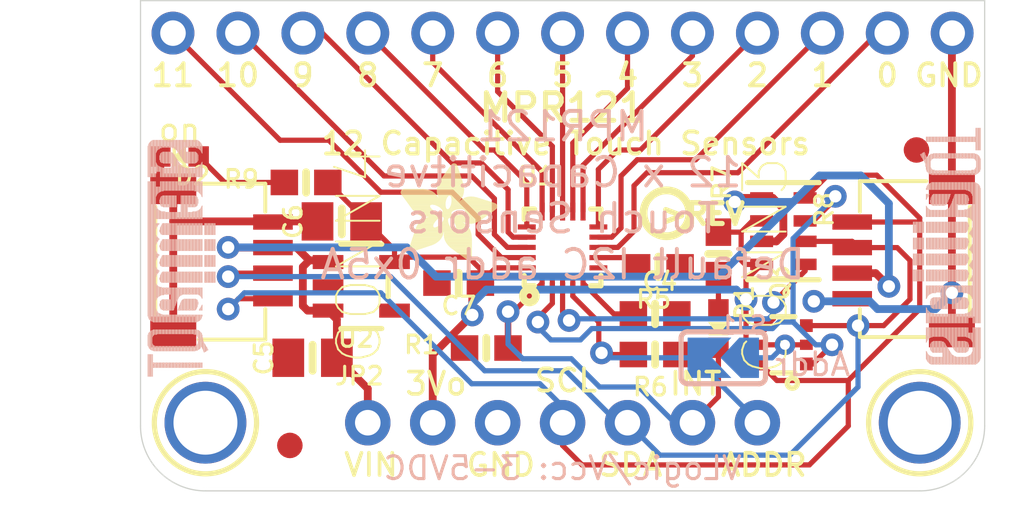
<source format=kicad_pcb>
(kicad_pcb (version 20211014) (generator pcbnew)
  (layers (0 "F.Cu" signal) (31 "B.Cu" signal) (34 "B.Paste" user) (35 "F.Paste" user) (36 "B.SilkS" user "B.Silkscreen") (37 "F.SilkS" user "F.Silkscreen") (38 "B.Mask" user) (39 "F.Mask" user) (44 "Edge.Cuts" user))
  (net 0 "")
  (net 1 "3.3V")
  (net 2 "GND")
  (net 3 "SCL_3V")
  (net 4 "SDA_3V")
  (net 5 "N$2")
  (net 6 "N$3")
  (net 7 "ELEC0")
  (net 8 "ELEC1")
  (net 9 "ELEC2")
  (net 10 "ELEC3")
  (net 11 "ELEC4")
  (net 12 "ELEC5")
  (net 13 "ELEC6")
  (net 14 "ELEC7")
  (net 15 "ELEC8")
  (net 16 "ELEC9")
  (net 17 "ELEC10")
  (net 18 "ELEC11")
  (net 19 "N$1")
  (net 20 "ADDR")
  (net 21 "SDA")
  (net 22 "SCL")
  (net 23 "INT")
  (net 24 "VCC")
  (net 25 "N$4")
  (footprint "boardEagle:1X07_ROUND_70" (layer "F.Cu") (at 148.5011 111.9251)
    (fp_text reference "JP2" (at -8.9662 -1.8288) (layer "F.SilkS") (effects (font (size 0.692831 0.692831) (thickness 0.119969)) (justify left)))
    (fp_text value "")
    (pad "1" thru_hole circle (at -7.62 0 90) (size 1.778 1.778) (drill 1) (layers *.Cu *.Mask) (net 24 "VCC"))
    (pad "2" thru_hole circle (at -5.08 0 90) (size 1.778 1.778) (drill 1) (layers *.Cu *.Mask) (net 1 "3.3V"))
    (pad "3" thru_hole circle (at -2.54 0 90) (size 1.778 1.778) (drill 1) (layers *.Cu *.Mask) (net 2 "GND"))
    (pad "4" thru_hole circle (at 0 0 90) (size 1.778 1.778) (drill 1) (layers *.Cu *.Mask) (net 22 "SCL"))
    (pad "5" thru_hole circle (at 2.54 0 90) (size 1.778 1.778) (drill 1) (layers *.Cu *.Mask) (net 21 "SDA"))
    (pad "6" thru_hole circle (at 5.08 0 90) (size 1.778 1.778) (drill 1) (layers *.Cu *.Mask) (net 23 "INT"))
    (pad "7" thru_hole circle (at 7.62 0 90) (size 1.778 1.778) (drill 1) (layers *.Cu *.Mask) (net 20 "ADDR"))
  )
  (footprint "boardEagle:0603-NO" (layer "F.Cu") (at 138.4681 102.5271 180)
    (fp_text reference "R9" (at 1.778 0.127) (layer "F.SilkS") (effects (font (size 0.692831 0.692831) (thickness 0.119969)) (justify right)))
    (fp_text value "10K")
    (pad "1" smd rect (at -0.85 0 180) (size 1.075 1) (layers "F.Cu" "F.Paste" "F.Mask") (net 1 "3.3V"))
    (pad "2" smd rect (at 0.85 0 180) (size 1.075 1) (layers "F.Cu" "F.Paste" "F.Mask") (net 25 "N$4"))
  )
  (footprint "boardEagle:PCBFEAT-REV-040" (layer "F.Cu") (at 152.5651 103.7336)
    (fp_text reference "U$9" hide)
    (fp_text value "" hide)
    (fp_text user ">REV" (at -0.3556 0.508) (layer "F.SilkS") (effects (font (size 0.8128 0.8128) (thickness 0.2032)) (justify left bottom)))
  )
  (footprint "boardEagle:QFN20_3MM_NOTHERMAL" (layer "F.Cu") (at 148.5011 105.0671 90)
    (fp_text reference "U1" (at 2.794 -0.254) (layer "F.SilkS") (effects (font (size 0.692831 0.692831) (thickness 0.119969)) (justify right)))
    (fp_text value "MPR121")
    (pad "1" smd rect (at -1.4 -0.8 270) (size 0.7 0.2) (layers "F.Cu" "F.Paste" "F.Mask") (net 23 "INT"))
    (pad "2" smd rect (at -1.4 -0.4 270) (size 0.7 0.2) (layers "F.Cu" "F.Paste" "F.Mask") (net 3 "SCL_3V"))
    (pad "3" smd rect (at -1.4 0 270) (size 0.7 0.2) (layers "F.Cu" "F.Paste" "F.Mask") (net 4 "SDA_3V"))
    (pad "4" smd rect (at -1.4 0.4 270) (size 0.7 0.2) (layers "F.Cu" "F.Paste" "F.Mask") (net 20 "ADDR"))
    (pad "5" smd rect (at -1.4 0.8 270) (size 0.7 0.2) (layers "F.Cu" "F.Paste" "F.Mask") (net 5 "N$2"))
    (pad "6" smd rect (at -0.8 1.4 180) (size 0.7 0.2) (layers "F.Cu" "F.Paste" "F.Mask") (net 2 "GND"))
    (pad "7" smd rect (at -0.4 1.4 180) (size 0.7 0.2) (layers "F.Cu" "F.Paste" "F.Mask") (net 6 "N$3"))
    (pad "8" smd rect (at 0 1.4 180) (size 0.7 0.2) (layers "F.Cu" "F.Paste" "F.Mask") (net 7 "ELEC0"))
    (pad "9" smd rect (at 0.4 1.4 180) (size 0.7 0.2) (layers "F.Cu" "F.Paste" "F.Mask") (net 8 "ELEC1"))
    (pad "10" smd rect (at 0.8 1.4 180) (size 0.7 0.2) (layers "F.Cu" "F.Paste" "F.Mask") (net 9 "ELEC2"))
    (pad "11" smd rect (at 1.4 0.8 270) (size 0.7 0.2) (layers "F.Cu" "F.Paste" "F.Mask") (net 10 "ELEC3"))
    (pad "12" smd rect (at 1.4 0.4 270) (size 0.7 0.2) (layers "F.Cu" "F.Paste" "F.Mask") (net 11 "ELEC4"))
    (pad "13" smd rect (at 1.4 0 270) (size 0.7 0.2) (layers "F.Cu" "F.Paste" "F.Mask") (net 12 "ELEC5"))
    (pad "14" smd rect (at 1.4 -0.4 270) (size 0.7 0.2) (layers "F.Cu" "F.Paste" "F.Mask") (net 13 "ELEC6"))
    (pad "15" smd rect (at 1.4 -0.8 270) (size 0.7 0.2) (layers "F.Cu" "F.Paste" "F.Mask") (net 14 "ELEC7"))
    (pad "16" smd rect (at 0.8 -1.4 180) (size 0.7 0.2) (layers "F.Cu" "F.Paste" "F.Mask") (net 15 "ELEC8"))
    (pad "17" smd rect (at 0.4 -1.4 180) (size 0.7 0.2) (layers "F.Cu" "F.Paste" "F.Mask") (net 16 "ELEC9"))
    (pad "18" smd rect (at 0 -1.4 180) (size 0.7 0.2) (layers "F.Cu" "F.Paste" "F.Mask") (net 17 "ELEC10"))
    (pad "19" smd rect (at -0.4 -1.4 180) (size 0.7 0.2) (layers "F.Cu" "F.Paste" "F.Mask") (net 18 "ELEC11"))
    (pad "20" smd rect (at -0.8 -1.4 180) (size 0.7 0.2) (layers "F.Cu" "F.Paste" "F.Mask") (net 1 "3.3V"))
  )
  (footprint "boardEagle:JST_SH4" (layer "F.Cu") (at 134.6581 105.5751 -90)
    (fp_text reference "CONN4" (at -4.6 -5.9 90) (layer "F.SilkS") (effects (font (size 1.703222 1.703222) (thickness 0.074778)) (justify right)))
    (fp_text value "STEMMA_I2C_QT" hide)
    (pad "1" smd rect (at -1.5 -2.514) (size 1.55 0.6) (layers "F.Cu" "F.Paste" "F.Mask") (net 2 "GND"))
    (pad "2" smd rect (at -0.5 -2.514) (size 1.55 0.6) (layers "F.Cu" "F.Paste" "F.Mask") (net 24 "VCC"))
    (pad "3" smd rect (at 0.5 -2.514) (size 1.55 0.6) (layers "F.Cu" "F.Paste" "F.Mask") (net 21 "SDA"))
    (pad "4" smd rect (at 1.5 -2.514) (size 1.55 0.6) (layers "F.Cu" "F.Paste" "F.Mask") (net 22 "SCL"))
    (pad "MT1" smd rect (at -2.8 1.386) (size 1.8 1.2) (layers "F.Cu" "F.Paste" "F.Mask") (net 2 "GND"))
    (pad "MT2" smd rect (at 2.8 1.386) (size 1.8 1.2) (layers "F.Cu" "F.Paste" "F.Mask") (net 2 "GND"))
  )
  (footprint "boardEagle:1X13_ROUND_70" (layer "F.Cu") (at 148.5011 96.6851)
    (fp_text reference "JP1" hide)
    (fp_text value "")
    (pad "1" thru_hole circle (at -15.24 0 90) (size 1.6764 1.6764) (drill 1) (layers *.Cu *.Mask) (net 18 "ELEC11"))
    (pad "2" thru_hole circle (at -12.7 0 90) (size 1.6764 1.6764) (drill 1) (layers *.Cu *.Mask) (net 17 "ELEC10"))
    (pad "3" thru_hole circle (at -10.16 0 90) (size 1.6764 1.6764) (drill 1) (layers *.Cu *.Mask) (net 16 "ELEC9"))
    (pad "4" thru_hole circle (at -7.62 0 90) (size 1.6764 1.6764) (drill 1) (layers *.Cu *.Mask) (net 15 "ELEC8"))
    (pad "5" thru_hole circle (at -5.08 0 90) (size 1.6764 1.6764) (drill 1) (layers *.Cu *.Mask) (net 14 "ELEC7"))
    (pad "6" thru_hole circle (at -2.54 0 90) (size 1.6764 1.6764) (drill 1) (layers *.Cu *.Mask) (net 13 "ELEC6"))
    (pad "7" thru_hole circle (at 0 0 90) (size 1.6764 1.6764) (drill 1) (layers *.Cu *.Mask) (net 12 "ELEC5"))
    (pad "8" thru_hole circle (at 2.54 0 90) (size 1.6764 1.6764) (drill 1) (layers *.Cu *.Mask) (net 11 "ELEC4"))
    (pad "9" thru_hole circle (at 5.08 0 90) (size 1.6764 1.6764) (drill 1) (layers *.Cu *.Mask) (net 10 "ELEC3"))
    (pad "10" thru_hole circle (at 7.62 0 90) (size 1.6764 1.6764) (drill 1) (layers *.Cu *.Mask) (net 9 "ELEC2"))
    (pad "11" thru_hole circle (at 10.16 0 90) (size 1.6764 1.6764) (drill 1) (layers *.Cu *.Mask) (net 8 "ELEC1"))
    (pad "12" thru_hole circle (at 12.7 0 90) (size 1.6764 1.6764) (drill 1) (layers *.Cu *.Mask) (net 7 "ELEC0"))
    (pad "13" thru_hole circle (at 15.24 0 90) (size 1.6764 1.6764) (drill 1) (layers *.Cu *.Mask) (net 2 "GND"))
  )
  (footprint "boardEagle:FIDUCIAL_1MM" (layer "F.Cu") (at 137.8331 112.8141)
    (fp_text reference "FID3" hide)
    (fp_text value "FIDUCIAL_1MM" hide)
    (pad "1" smd roundrect (at 0 0) (size 1 1) (layers "F.Cu" "F.Mask") (roundrect_rratio 0.5))
  )
  (footprint "boardEagle:JST_SH4" (layer "F.Cu") (at 162.3441 105.5751 90)
    (fp_text reference "CONN3" (at -4.6 -5.9 90) (layer "F.SilkS") (effects (font (size 1.703222 1.703222) (thickness 0.074778)) (justify left)))
    (fp_text value "STEMMA_I2C_QT" hide)
    (pad "1" smd rect (at -1.5 -2.514 180) (size 1.55 0.6) (layers "F.Cu" "F.Paste" "F.Mask") (net 2 "GND"))
    (pad "2" smd rect (at -0.5 -2.514 180) (size 1.55 0.6) (layers "F.Cu" "F.Paste" "F.Mask") (net 24 "VCC"))
    (pad "3" smd rect (at 0.5 -2.514 180) (size 1.55 0.6) (layers "F.Cu" "F.Paste" "F.Mask") (net 21 "SDA"))
    (pad "4" smd rect (at 1.5 -2.514 180) (size 1.55 0.6) (layers "F.Cu" "F.Paste" "F.Mask") (net 22 "SCL"))
    (pad "MT1" smd rect (at -2.8 1.386 180) (size 1.8 1.2) (layers "F.Cu" "F.Paste" "F.Mask") (net 2 "GND"))
    (pad "MT2" smd rect (at 2.8 1.386 180) (size 1.8 1.2) (layers "F.Cu" "F.Paste" "F.Mask") (net 2 "GND"))
  )
  (footprint "boardEagle:SOT363" (layer "F.Cu") (at 157.1371 108.8771 90)
    (fp_text reference "Q3" (at 1.651 -0.127 90) (layer "F.SilkS") (effects (font (size 0.692831 0.692831) (thickness 0.119969)) (justify left)))
    (fp_text value "BSS138")
    (pad "1" smd rect (at -0.75 0.9 90) (size 0.5 0.5) (layers "F.Cu" "F.Paste" "F.Mask") (net 3 "SCL_3V"))
    (pad "2" smd rect (at 0 0.9 90) (size 0.4 0.5) (layers "F.Cu" "F.Paste" "F.Mask") (net 1 "3.3V"))
    (pad "3" smd rect (at 0.75 0.9 90) (size 0.5 0.5) (layers "F.Cu" "F.Paste" "F.Mask") (net 21 "SDA"))
    (pad "4" smd rect (at 0.75 -0.9 90) (size 0.5 0.5) (layers "F.Cu" "F.Paste" "F.Mask") (net 4 "SDA_3V"))
    (pad "5" smd rect (at 0 -0.9 90) (size 0.4 0.5) (layers "F.Cu" "F.Paste" "F.Mask") (net 1 "3.3V"))
    (pad "6" smd rect (at -0.75 -0.9 90) (size 0.5 0.5) (layers "F.Cu" "F.Paste" "F.Mask") (net 22 "SCL"))
  )
  (footprint "boardEagle:0805-NO" (layer "F.Cu") (at 139.8651 104.0511 180)
    (fp_text reference "C6" (at 1.905 -0.762 90) (layer "F.SilkS") (effects (font (size 0.692831 0.692831) (thickness 0.119969)) (justify left)))
    (fp_text value "10uF")
    (pad "1" smd rect (at -0.95 0 180) (size 1.24 1.5) (layers "F.Cu" "F.Paste" "F.Mask") (net 1 "3.3V"))
    (pad "2" smd rect (at 0.95 0 180) (size 1.24 1.5) (layers "F.Cu" "F.Paste" "F.Mask") (net 2 "GND"))
  )
  (footprint "boardEagle:0805-NO" (layer "F.Cu") (at 138.7221 109.3851 180)
    (fp_text reference "C5" (at 1.905 -0.762 90) (layer "F.SilkS") (effects (font (size 0.692831 0.692831) (thickness 0.119969)) (justify left)))
    (fp_text value "10uF")
    (pad "1" smd rect (at -0.95 0 180) (size 1.24 1.5) (layers "F.Cu" "F.Paste" "F.Mask") (net 24 "VCC"))
    (pad "2" smd rect (at 0.95 0 180) (size 1.24 1.5) (layers "F.Cu" "F.Paste" "F.Mask") (net 2 "GND"))
  )
  (footprint "boardEagle:0603-NO" (layer "F.Cu") (at 154.5971 105.3211 90)
    (fp_text reference "R7" (at 2.032 0.127 90) (layer "F.SilkS") (effects (font (size 0.692831 0.692831) (thickness 0.119969)) (justify left)))
    (fp_text value "1K")
    (pad "1" smd rect (at -0.85 0 90) (size 1.075 1) (layers "F.Cu" "F.Paste" "F.Mask") (net 19 "N$1"))
    (pad "2" smd rect (at 0.85 0 90) (size 1.075 1) (layers "F.Cu" "F.Paste" "F.Mask") (net 1 "3.3V"))
  )
  (footprint "boardEagle:MOUNTINGHOLE_2.5_PLATED" (layer "F.Cu") (at 162.4711 111.9251)
    (fp_text reference "U$35" hide)
    (fp_text value "MOUNTINGHOLE2.5" hide)
    (pad "P$1" thru_hole circle (at 0 0) (size 3.2 3.2) (drill 2.5) (layers *.Cu *.Mask))
  )
  (footprint "boardEagle:0603-NO" (layer "F.Cu") (at 152.1206 107.6706)
    (fp_text reference "C4" (at -0.5715 -1.27) (layer "F.SilkS") (effects (font (size 0.692831 0.692831) (thickness 0.119969)) (justify left)))
    (fp_text value "0.1uF")
    (pad "1" smd rect (at -0.85 0) (size 1.075 1) (layers "F.Cu" "F.Paste" "F.Mask") (net 5 "N$2"))
    (pad "2" smd rect (at 0.85 0) (size 1.075 1) (layers "F.Cu" "F.Paste" "F.Mask") (net 2 "GND"))
  )
  (footprint "boardEagle:0603-NO" (layer "F.Cu") (at 144.4371 106.4641 180)
    (fp_text reference "C7" (at -0.762 -0.889) (layer "F.SilkS") (effects (font (size 0.692831 0.692831) (thickness 0.119969)) (justify right)))
    (fp_text value "0.1uF")
    (pad "1" smd rect (at -0.85 0 180) (size 1.075 1) (layers "F.Cu" "F.Paste" "F.Mask") (net 1 "3.3V"))
    (pad "2" smd rect (at 0.85 0 180) (size 1.075 1) (layers "F.Cu" "F.Paste" "F.Mask") (net 2 "GND"))
  )
  (footprint "boardEagle:RESPACK_4X0603" (layer "F.Cu") (at 157.1371 104.4321 -90)
    (fp_text reference "R8" (at -1.6 -1.6 90) (layer "F.SilkS") (effects (font (size 0.692831 0.692831) (thickness 0.119969)) (justify right)))
    (fp_text value "10K")
    (pad "1" smd rect (at -1.3 0.85 270) (size 0.45 0.9) (layers "F.Cu" "F.Paste" "F.Mask") (net 24 "VCC"))
    (pad "2" smd rect (at -0.4 0.85 270) (size 0.45 0.9) (layers "F.Cu" "F.Paste" "F.Mask") (net 1 "3.3V"))
    (pad "3" smd rect (at 0.4 0.85 270) (size 0.45 0.9) (layers "F.Cu" "F.Paste" "F.Mask") (net 24 "VCC"))
    (pad "4" smd rect (at 1.3 0.85 270) (size 0.45 0.9) (layers "F.Cu" "F.Paste" "F.Mask") (net 1 "3.3V"))
    (pad "5" smd rect (at 1.3 -0.85 270) (size 0.45 0.9) (layers "F.Cu" "F.Paste" "F.Mask") (net 4 "SDA_3V"))
    (pad "6" smd rect (at 0.4 -0.85 270) (size 0.45 0.9) (layers "F.Cu" "F.Paste" "F.Mask") (net 21 "SDA"))
    (pad "7" smd rect (at -0.4 -0.85 270) (size 0.45 0.9) (layers "F.Cu" "F.Paste" "F.Mask") (net 3 "SCL_3V"))
    (pad "8" smd rect (at -1.3 -0.85 270) (size 0.45 0.9) (layers "F.Cu" "F.Paste" "F.Mask") (net 22 "SCL"))
  )
  (footprint "boardEagle:CHIPLED_0603_NOOUTLINE" (layer "F.Cu") (at 133.5151 101.5111 90)
    (fp_text reference "D2" (at -0.762 1.27) (layer "F.SilkS") (effects (font (size 0.692831 0.692831) (thickness 0.119969)) (justify right)))
    (fp_text value "GREEN")
    (pad "A" smd rect (at 0 0.75 90) (size 0.8 0.8) (layers "F.Cu" "F.Paste" "F.Mask") (net 25 "N$4"))
    (pad "C" smd rect (at 0 -0.75 90) (size 0.8 0.8) (layers "F.Cu" "F.Paste" "F.Mask") (net 2 "GND"))
  )
  (footprint "boardEagle:0603-NO" (layer "F.Cu") (at 152.2476 105.8291 180)
    (fp_text reference "R5" (at -0.5715 -1.27) (layer "F.SilkS") (effects (font (size 0.692831 0.692831) (thickness 0.119969)) (justify right)))
    (fp_text value "75K")
    (pad "1" smd rect (at -0.85 0 180) (size 1.075 1) (layers "F.Cu" "F.Paste" "F.Mask") (net 2 "GND"))
    (pad "2" smd rect (at 0.85 0 180) (size 1.075 1) (layers "F.Cu" "F.Paste" "F.Mask") (net 6 "N$3"))
  )
  (footprint "boardEagle:0603-NO" (layer "F.Cu") (at 145.5166 109.0041 180)
    (fp_text reference "R1" (at 1.778 0.127) (layer "F.SilkS") (effects (font (size 0.692831 0.692831) (thickness 0.119969)) (justify right)))
    (fp_text value "10K")
    (pad "1" smd rect (at -0.85 0 180) (size 1.075 1) (layers "F.Cu" "F.Paste" "F.Mask") (net 23 "INT"))
    (pad "2" smd rect (at 0.85 0 180) (size 1.075 1) (layers "F.Cu" "F.Paste" "F.Mask") (net 1 "3.3V"))
  )
  (footprint "boardEagle:FIDUCIAL_1MM" (layer "F.Cu") (at 162.3441 101.2571)
    (fp_text reference "FID4" hide)
    (fp_text value "FIDUCIAL_1MM" hide)
    (pad "1" smd roundrect (at 0 0) (size 1 1) (layers "F.Cu" "F.Mask") (roundrect_rratio 0.5))
  )
  (footprint "boardEagle:SOT23-5" (layer "F.Cu") (at 140.6271 106.5911 -90)
    (fp_text reference "U2" (at 2.032 -0.562) (layer "F.SilkS") (effects (font (size 0.692831 0.692831) (thickness 0.119969)) (justify right)))
    (fp_text value "AP2112K-3.3")
    (pad "1" smd rect (at -0.95 1.3001 270) (size 0.55 1.2) (layers "F.Cu" "F.Paste" "F.Mask") (net 24 "VCC"))
    (pad "2" smd rect (at 0 1.3001 270) (size 0.55 1.2) (layers "F.Cu" "F.Paste" "F.Mask") (net 2 "GND"))
    (pad "3" smd rect (at 0.95 1.3001 270) (size 0.55 1.2) (layers "F.Cu" "F.Paste" "F.Mask") (net 24 "VCC"))
    (pad "4" smd rect (at 0.95 -1.3001 270) (size 0.55 1.2) (layers "F.Cu" "F.Paste" "F.Mask"))
    (pad "5" smd rect (at -0.95 -1.3001 270) (size 0.55 1.2) (layers "F.Cu" "F.Paste" "F.Mask") (net 1 "3.3V"))
  )
  (footprint "boardEagle:CHIPLED_0603_NOOUTLINE" (layer "F.Cu") (at 154.5971 108.2421 180)
    (fp_text reference "D1" (at -1.016 1.778 90) (layer "F.SilkS") (effects (font (size 0.692831 0.692831) (thickness 0.119969)) (justify right)))
    (fp_text value "RED")
    (pad "A" smd rect (at 0 0.75 180) (size 0.8 0.8) (layers "F.Cu" "F.Paste" "F.Mask") (net 19 "N$1"))
    (pad "C" smd rect (at 0 -0.75 180) (size 0.8 0.8) (layers "F.Cu" "F.Paste" "F.Mask") (net 23 "INT"))
  )
  (footprint "boardEagle:0603-NO" (layer "F.Cu") (at 152.1206 109.2581 180)
    (fp_text reference "R6" (at -0.5715 -1.27) (layer "F.SilkS") (effects (font (size 0.692831 0.692831) (thickness 0.119969)) (justify right)))
    (fp_text value "10K")
    (pad "1" smd rect (at -0.85 0 180) (size 1.075 1) (layers "F.Cu" "F.Paste" "F.Mask") (net 2 "GND"))
    (pad "2" smd rect (at 0.85 0 180) (size 1.075 1) (layers "F.Cu" "F.Paste" "F.Mask") (net 20 "ADDR"))
  )
  (footprint "boardEagle:ADAFRUIT_3.5MM" (layer "F.Cu") (at 142.1511 105.5751)
    (fp_text reference "U$37" hide)
    (fp_text value "" hide)
  )
  (footprint "boardEagle:MOUNTINGHOLE_2.5_PLATED" (layer "F.Cu") (at 134.5311 111.9251)
    (fp_text reference "U$34" hide)
    (fp_text value "MOUNTINGHOLE2.5" hide)
    (pad "P$1" thru_hole circle (at 0 0) (size 3.2 3.2) (drill 2.5) (layers *.Cu *.Mask))
  )
  (footprint "boardEagle:SOLDERJUMPER_ARROW_NOPASTE" (layer "B.Cu") (at 154.7876 109.3851 180)
    (fp_text reference "SJ1" (at -1.778 1.27) (layer "B.SilkS") (effects (font (size 0.692831 0.692831) (thickness 0.119969)) (justify left mirror)))
    (fp_text value "")
    (fp_poly (pts (xy 0.106121 -0.002663) (xy -0.679416 -0.7882) (xy -1.3946 -0.7882) (xy -1.3946 0.7882) (xy -0.62715 0.7882)) (layer "B.Cu") (width 0) (fill solid))
    (fp_poly (pts (xy 1.3946 -0.7882) (xy -0.315893 -0.7882) (xy 0.443148 0) (xy -0.315893 0.7882) (xy 1.3946 0.7882)) (layer "B.Cu") (width 0) (fill solid))
    (pad "1" smd roundrect (at -1.016 0 180) (size 0.762 1.524) (layers "B.Cu") (net 1 "3.3V"))
    (pad "2" smd roundrect (at 1.016 0 180) (size 0.762 1.524) (layers "B.Cu") (net 20 "ADDR"))
  )
  (footprint "boardEagle:STEMMAQT" (layer "B.Cu") (at 162.2171 109.6391 90)
    (fp_text reference "U$39" hide)
    (fp_text value "" hide)
  )
  (footprint "boardEagle:STEMMAQT" (layer "B.Cu") (at 134.9121 100.8761 -90)
    (fp_text reference "U$40" hide)
    (fp_text value "" hide)
  )
  (gr_line (start 131.9911 95.4151) (end 131.9911 112.0521) (layer "Edge.Cuts") (width 0.05))
  (gr_line (start 165.0111 95.4151) (end 131.9911 95.4151) (layer "Edge.Cuts") (width 0.05))
  (gr_arc (start 134.5311 114.5921) (mid 132.735049 113.848151) (end 131.9911 112.0521) (layer "Edge.Cuts") (width 0.05))
  (gr_arc (start 165.0111 112.0521) (mid 164.267151 113.848151) (end 162.4711 114.5921) (layer "Edge.Cuts") (width 0.05))
  (gr_line (start 134.5311 114.5921) (end 162.4711 114.5921) (layer "Edge.Cuts") (width 0.05))
  (gr_line (start 165.0111 112.0521) (end 165.0111 95.4151) (layer "Edge.Cuts") (width 0.05))
  (gr_text "Addr" (at 158.2801 109.6391) (layer "B.SilkS") (effects (font (size 0.89408 0.89408) (thickness 0.12192)) (justify mirror)))
  (gr_text "VLogic/Vcc: 3-5VDC" (at 148.5011 113.7031) (layer "B.SilkS") (effects (font (size 0.89408 0.89408) (thickness 0.12192)) (justify mirror)))
  (gr_text "MPR121\n12 x Capacititve\nTouch Sensors\nDefault I2C addr 0x5A" (at 148.5011 103.0351) (layer "B.SilkS") (effects (font (size 1.1176 1.1176) (thickness 0.1524)) (justify mirror)))
  (gr_text "10" (at 135.8011 98.3361) (layer "F.SilkS") (effects (font (size 0.8636 0.8636) (thickness 0.1524))))
  (gr_text "2" (at 156.1211 98.3361) (layer "F.SilkS") (effects (font (size 0.8636 0.8636) (thickness 0.1524))))
  (gr_text "ADDR" (at 156.3751 113.5761) (layer "F.SilkS") (effects (font (size 0.8636 0.8636) (thickness 0.1524))))
  (gr_text "9" (at 138.3411 98.3361) (layer "F.SilkS") (effects (font (size 0.8636 0.8636) (thickness 0.1524))))
  (gr_text "3" (at 153.5811 98.3361) (layer "F.SilkS") (effects (font (size 0.8636 0.8636) (thickness 0.1524))))
  (gr_text "VIN" (at 141.0081 113.5761) (layer "F.SilkS") (effects (font (size 0.87376 0.87376) (thickness 0.14224))))
  (gr_text "0" (at 161.2011 98.3361) (layer "F.SilkS") (effects (font (size 0.8636 0.8636) (thickness 0.1524))))
  (gr_text "INT" (at 153.7081 110.4011) (layer "F.SilkS") (effects (font (size 0.87376 0.87376) (thickness 0.14224))))
  (gr_text "3Vo" (at 143.5481 110.4011) (layer "F.SilkS") (effects (font (size 0.87376 0.87376) (thickness 0.14224))))
  (gr_text "12 Capacitive Touch Sensors" (at 148.6281 101.0031) (layer "F.SilkS") (effects (font (size 0.8636 0.8636) (thickness 0.1524))))
  (gr_text "on" (at 132.6261 101.0031) (layer "F.SilkS") (effects (font (size 0.89408 0.89408) (thickness 0.12192)) (justify left bottom)))
  (gr_text "4" (at 151.0411 98.3361) (layer "F.SilkS") (effects (font (size 0.8636 0.8636) (thickness 0.1524))))
  (gr_text "7" (at 143.4211 98.3361) (layer "F.SilkS") (effects (font (size 0.8636 0.8636) (thickness 0.1524))))
  (gr_text "SDA" (at 151.1681 113.5761) (layer "F.SilkS") (effects (font (size 0.87376 0.87376) (thickness 0.14224))))
  (gr_text "6" (at 145.9611 98.3361) (layer "F.SilkS") (effects (font (size 0.8636 0.8636) (thickness 0.1524))))
  (gr_text "GND" (at 146.0881 113.5761) (layer "F.SilkS") (effects (font (size 0.87376 0.87376) (thickness 0.14224))))
  (gr_text "1" (at 158.6611 98.3361) (layer "F.SilkS") (effects (font (size 0.8636 0.8636) (thickness 0.1524))))
  (gr_text "5" (at 148.5011 98.3361) (layer "F.SilkS") (effects (font (size 0.8636 0.8636) (thickness 0.1524))))
  (gr_text "11" (at 133.2611 98.3361) (layer "F.SilkS") (effects (font (size 0.8636 0.8636) (thickness 0.1524))))
  (gr_text "MPR121" (at 148.5011 99.6061) (layer "F.SilkS") (effects (font (size 1.0795 1.0795) (thickness 0.1905))))
  (gr_text "SCL" (at 148.6281 110.2741) (layer "F.SilkS") (effects (font (size 0.87376 0.87376) (thickness 0.14224))))
  (gr_text "8" (at 140.8811 98.3361) (layer "F.SilkS") (effects (font (size 0.8636 0.8636) (thickness 0.1524))))
  (gr_text "GND" (at 163.6141 98.3361) (layer "F.SilkS") (effects (font (size 0.8636 0.8636) (thickness 0.1524))))
  (segment (start 140.8151 104.0241) (end 140.8151 104.0511) (width 0.2032) (layer "F.Cu") (net 1))
  (segment (start 140.8151 104.0511) (end 141.9272 105.1632) (width 0.2032) (layer "F.Cu") (net 1))
  (segment (start 158.0371 108.8771) (end 157.2006 108.8771) (width 0.2032) (layer "F.Cu") (net 1))
  (segment (start 144.08785 108.59135) (end 143.4211 109.2581) (width 0.3048) (layer "F.Cu") (net 1))
  (segment (start 155.6766 106.3426) (end 155.6766 107.0991) (width 0.2032) (layer "F.Cu") (net 1))
  (segment (start 156.2871 105.7321) (end 155.6766 106.3426) (width 0.2032) (layer "F.Cu") (net 1))
  (segment (start 145.8841 105.8671) (end 145.2871 106.4641) (width 0.2032) (layer "F.Cu") (net 1))
  (segment (start 155.9251 104.0321) (end 155.4861 104.4711) (width 0.2032) (layer "F.Cu") (net 1))
  (segment (start 155.6766 107.0991) (end 155.6766 108.743313) (width 0.2032) (layer "F.Cu") (net 1))
  (segment (start 143.4211 111.9251) (end 143.4211 109.2581) (width 0.3048) (layer "F.Cu") (net 1))
  (segment (start 155.810387 108.8771) (end 156.2371 108.8771) (width 0.2032) (layer "F.Cu") (net 1))
  (segment (start 155.4861 104.4711) (end 154.5971 104.4711) (width 0.2032) (layer "F.Cu") (net 1))
  (segment (start 145.2871 105.9171) (end 145.2871 106.4641) (width 0.2032) (layer "F.Cu") (net 1))
  (segment (start 147.1011 105.8671) (end 145.8841 105.8671) (width 0.2032) (layer "F.Cu") (net 1))
  (segment (start 142.1202 105.4481) (end 144.8181 105.4481) (width 0.2032) (layer "F.Cu") (net 1))
  (segment (start 144.6666 109.0041) (end 144.5006 109.0041) (width 0.254) (layer "F.Cu") (net 1))
  (segment (start 144.8181 105.4481) (end 145.2871 105.9171) (width 0.2032) (layer "F.Cu") (net 1))
  (segment (start 155.810387 108.8771) (end 155.6766 108.743313) (width 0.2032) (layer "F.Cu") (net 1))
  (segment (start 156.2871 104.0321) (end 155.9251 104.0321) (width 0.2032) (layer "F.Cu") (net 1))
  (segment (start 144.9696 106.7816) (end 144.9696 107.7096) (width 0.3048) (layer "F.Cu") (net 1))
  (segment (start 141.9272 105.1632) (end 141.9272 105.6411) (width 0.2032) (layer "F.Cu") (net 1))
  (segment (start 144.9696 107.7096) (end 144.08785 108.59135) (width 0.3048) (layer "F.Cu") (net 1))
  (segment (start 155.6431 105.7321) (end 155.4861 105.5751) (width 0.2032) (layer "F.Cu") (net 1))
  (segment (start 139.3181 102.5271) (end 140.8151 104.0241) (width 0.2032) (layer "F.Cu") (net 1))
  (segment (start 144.5006 109.0041) (end 144.08785 108.59135) (width 0.254) (layer "F.Cu") (net 1))
  (segment (start 141.9272 105.6411) (end 142.1202 105.4481) (width 0.2032) (layer "F.Cu") (net 1))
  (segment (start 145.2871 106.4641) (end 144.9696 106.7816) (width 0.3048) (layer "F.Cu") (net 1))
  (segment (start 155.4861 104.4711) (end 155.4861 105.5751) (width 0.2032) (layer "F.Cu") (net 1))
  (segment (start 157.2006 108.8771) (end 156.2371 108.8771) (width 0.2032) (layer "F.Cu") (net 1))
  (segment (start 156.2871 105.7321) (end 155.6431 105.7321) (width 0.2032) (layer "F.Cu") (net 1))
  (via (at 157.2006 108.8771) (size 0.8001) (drill 0.3937) (layers "F.Cu" "B.Cu") (net 1))
  (via (at 144.9696 107.7096) (size 0.889) (drill 0.4826) (layers "F.Cu" "B.Cu") (net 1))
  (via (at 155.6766 107.0991) (size 0.889) (drill 0.4826) (layers "F.Cu" "B.Cu") (net 1))
  (segment (start 155.2956 106.7181) (end 155.6766 107.0991) (width 0.3048) (layer "B.Cu") (net 1))
  (segment (start 155.8036 109.3851) (end 156.6926 109.3851) (width 0.2032) (layer "B.Cu") (net 1))
  (segment (start 156.6926 109.3851) (end 157.2006 108.8771) (width 0.2032) (layer "B.Cu") (net 1))
  (segment (start 145.5166 106.7181) (end 155.2956 106.7181) (width 0.3048) (layer "B.Cu") (net 1))
  (segment (start 145.5166 106.7181) (end 144.9696 107.2651) (width 0.3048) (layer "B.Cu") (net 1))
  (segment (start 144.9696 107.7096) (end 144.9696 107.2651) (width 0.3048) (layer "B.Cu") (net 1))
  (segment (start 163.7301 102.7751) (end 163.7301 96.6961) (width 0.3048) (layer "F.Cu") (net 2))
  (segment (start 133.2721 102.7751) (end 133.2721 104.0511) (width 0.3048) (layer "F.Cu") (net 2))
  (segment (start 137.1481 104.0511) (end 133.2721 104.0511) (width 0.3048) (layer "F.Cu") (net 2))
  (segment (start 132.7651 101.5111) (end 132.7651 102.7751) (width 0.3048) (layer "F.Cu") (net 2))
  (segment (start 163.7301 106.8451) (end 163.7301 108.3751) (width 0.3048) (layer "F.Cu") (net 2))
  (segment (start 137.1721 104.0751) (end 137.1721 104.0511) (width 0.3048) (layer "F.Cu") (net 2))
  (segment (start 132.7651 102.7751) (end 133.2721 102.7751) (width 0.3048) (layer "F.Cu") (net 2))
  (segment (start 133.2721 104.0511) (end 133.2721 108.3751) (width 0.3048) (layer "F.Cu") (net 2))
  (segment (start 158.354931 107.2021) (end 158.329515 107.176685) (width 0.3048) (layer "F.Cu") (net 2))
  (segment (start 137.1721 104.0751) (end 137.1481 104.0511) (width 0.3048) (layer "F.Cu") (net 2))
  (segment (start 137.1721 104.0511) (end 138.9151 104.0511) (width 0.3048) (layer "F.Cu") (net 2))
  (segment (start 163.7301 102.7751) (end 163.7301 106.8451) (width 0.3048) (layer "F.Cu") (net 2))
  (segment (start 163.7301 96.6961) (end 163.7411 96.6851) (width 0.3048) (layer "F.Cu") (net 2))
  (segment (start 133.2721 102.7751) (end 133.2721 103.460932) (width 0.3048) (layer "F.Cu") (net 2))
  (via (at 158.329515 107.176685) (size 0.889) (drill 0.4826) (layers "F.Cu" "B.Cu") (net 2))
  (via (at 163.7301 106.8451) (size 0.889) (drill 0.4826) (layers "F.Cu" "B.Cu") (net 2))
  (segment (start 160.8201 107.4801) (end 163.0951 107.4801) (width 0.3048) (layer "B.Cu") (net 2))
  (segment (start 163.0951 107.4801) (end 163.7301 106.8451) (width 0.3048) (layer "B.Cu") (net 2))
  (segment (start 160.516684 107.176685) (end 160.8201 107.4801) (width 0.3048) (layer "B.Cu") (net 2))
  (segment (start 158.329515 107.176685) (end 160.516684 107.176685) (width 0.3048) (layer "B.Cu") (net 2))
  (segment (start 159.1691 103.174813) (end 159.1691 103.0686) (width 0.2032) (layer "F.Cu") (net 3))
  (segment (start 158.2921 109.6271) (end 158.0371 109.6271) (width 0.2032) (layer "F.Cu") (net 3))
  (segment (start 147.536 107.822413) (end 147.536 107.9881) (width 0.2032) (layer "F.Cu") (net 3))
  (segment (start 157.9871 104.0321) (end 158.311812 104.0321) (width 0.2032) (layer "F.Cu") (net 3))
  (segment (start 159.1691 103.174813) (end 158.311812 104.0321) (width 0.2032) (layer "F.Cu") (net 3))
  (segment (start 159.0421 108.8771) (end 158.2921 109.6271) (width 0.2032) (layer "F.Cu") (net 3))
  (segment (start 148.1011 107.257313) (end 147.536 107.822413) (width 0.2032) (layer "F.Cu") (net 3))
  (segment (start 148.1011 106.4671) (end 148.1011 107.257313) (width 0.2032) (layer "F.Cu") (net 3))
  (via (at 159.0421 108.8771) (size 0.889) (drill 0.4826) (layers "F.Cu" "B.Cu") (net 3))
  (via (at 159.1691 103.0686) (size 0.889) (drill 0.4826) (layers "F.Cu" "B.Cu") (net 3))
  (via (at 147.536 107.9881) (size 0.889) (drill 0.4826) (layers "F.Cu" "B.Cu") (net 3))
  (segment (start 147.536 107.9881) (end 147.536 108.1786) (width 0.2032) (layer "B.Cu") (net 3))
  (segment (start 159.1691 103.0686) (end 157.5181 104.7196) (width 0.2032) (layer "B.Cu") (net 3))
  (segment (start 156.968418 107.9881) (end 157.5181 107.9881) (width 0.2032) (layer "B.Cu") (net 3))
  (segment (start 147.536 108.1786) (end 148.044 108.6866) (width 0.2032) (layer "B.Cu") (net 3))
  (segment (start 149.1996 108.6866) (end 149.6441 108.2421) (width 0.2032) (layer "B.Cu") (net 3))
  (segment (start 158.4071 108.8771) (end 159.0421 108.8771) (width 0.2032) (layer "B.Cu") (net 3))
  (segment (start 156.714418 108.2421) (end 156.968418 107.9881) (width 0.2032) (layer "B.Cu") (net 3))
  (segment (start 158.4071 108.8771) (end 157.5181 107.9881) (width 0.2032) (layer "B.Cu") (net 3))
  (segment (start 157.5181 104.7196) (end 157.5181 107.9881) (width 0.2032) (layer "B.Cu") (net 3))
  (segment (start 148.044 108.6866) (end 149.1996 108.6866) (width 0.2032) (layer "B.Cu") (net 3))
  (segment (start 149.6441 108.2421) (end 156.714418 108.2421) (width 0.2032) (layer "B.Cu") (net 3))
  (segment (start 156.2371 108.1271) (end 156.4811 108.1271) (width 0.2032) (layer "F.Cu") (net 4))
  (segment (start 148.7551 107.84) (end 148.5011 107.586) (width 0.2032) (layer "F.Cu") (net 4))
  (segment (start 157.9871 105.7321) (end 157.9871 105.9861) (width 0.2032) (layer "F.Cu") (net 4))
  (segment (start 148.5011 106.4671) (end 148.5011 107.586) (width 0.2032) (layer "F.Cu") (net 4))
  (segment (start 156.7516 107.8566) (end 156.4811 108.1271) (width 0.2032) (layer "F.Cu") (net 4))
  (segment (start 156.7516 107.8566) (end 156.7516 107.2216) (width 0.2032) (layer "F.Cu") (net 4))
  (segment (start 157.9871 105.9861) (end 156.7516 107.2216) (width 0.2032) (layer "F.Cu") (net 4))
  (segment (start 148.7551 107.84) (end 148.7551 107.9246) (width 0.2032) (layer "F.Cu") (net 4))
  (via (at 148.7551 107.9246) (size 0.889) (drill 0.4826) (layers "F.Cu" "B.Cu") (net 4))
  (via (at 156.7516 107.2216) (size 0.889) (drill 0.4826) (layers "F.Cu" "B.Cu") (net 4))
  (segment (start 156.5566 107.8611) (end 148.8186 107.8611) (width 0.2032) (layer "B.Cu") (net 4))
  (segment (start 156.7516 107.6661) (end 156.7516 107.2216) (width 0.2032) (layer "B.Cu") (net 4))
  (segment (start 156.7516 107.6661) (end 156.5566 107.8611) (width 0.2032) (layer "B.Cu") (net 4))
  (segment (start 148.7551 107.9246) (end 148.8186 107.8611) (width 0.2032) (layer "B.Cu") (net 4))
  (segment (start 149.3011 106.4671) (end 150.5046 107.6706) (width 0.2032) (layer "F.Cu") (net 5))
  (segment (start 150.5046 107.6706) (end 151.2706 107.6706) (width 0.2032) (layer "F.Cu") (net 5))
  (segment (start 151.0356 105.4671) (end 151.3976 105.8291) (width 0.2032) (layer "F.Cu") (net 6))
  (segment (start 149.9011 105.4671) (end 151.0356 105.4671) (width 0.2032) (layer "F.Cu") (net 6))
  (segment (start 151.2951 102.6541) (end 151.8031 102.1461) (width 0.2032) (layer "F.Cu") (net 7))
  (segment (start 150.6601 105.0671) (end 151.2951 104.4321) (width 0.2032) (layer "F.Cu") (net 7))
  (segment (start 151.8031 102.1461) (end 155.3591 102.1461) (width 0.2032) (layer "F.Cu") (net 7))
  (segment (start 160.8201 96.6851) (end 155.3591 102.1461) (width 0.2032) (layer "F.Cu") (net 7))
  (segment (start 151.2951 104.4321) (end 151.2951 102.6541) (width 0.2032) (layer "F.Cu") (net 7))
  (segment (start 149.9011 105.0671) (end 150.6601 105.0671) (width 0.2032) (layer "F.Cu") (net 7))
  (segment (start 160.8201 96.6851) (end 161.2011 96.6851) (width 0.2032) (layer "F.Cu") (net 7))
  (segment (start 149.9011 104.6671) (end 150.4251 104.6671) (width 0.2032) (layer "F.Cu") (net 8))
  (segment (start 153.7081 101.6381) (end 158.6611 96.6851) (width 0.2032) (layer "F.Cu") (net 8))
  (segment (start 150.7871 104.3051) (end 150.7871 102.2731) (width 0.2032) (layer "F.Cu") (net 8))
  (segment (start 151.4221 101.6381) (end 153.7081 101.6381) (width 0.2032) (layer "F.Cu") (net 8))
  (segment (start 150.4251 104.6671) (end 150.7871 104.3051) (width 0.2032) (layer "F.Cu") (net 8))
  (segment (start 150.7871 102.2731) (end 151.4221 101.6381) (width 0.2032) (layer "F.Cu") (net 8))
  (segment (start 150.6601 101.2571) (end 151.5491 101.2571) (width 0.2032) (layer "F.Cu") (net 9))
  (segment (start 151.5491 101.2571) (end 156.1211 96.6851) (width 0.2032) (layer "F.Cu") (net 9))
  (segment (start 149.9011 102.0161) (end 150.6601 101.2571) (width 0.2032) (layer "F.Cu") (net 9))
  (segment (start 149.9011 104.2671) (end 149.9011 102.0161) (width 0.2032) (layer "F.Cu") (net 9))
  (segment (start 149.3011 101.8541) (end 153.5811 97.5741) (width 0.2032) (layer "F.Cu") (net 10))
  (segment (start 149.3011 103.6671) (end 149.3011 101.8541) (width 0.2032) (layer "F.Cu") (net 10))
  (segment (start 153.5811 97.5741) (end 153.5811 96.6851) (width 0.2032) (layer "F.Cu") (net 10))
  (segment (start 151.0411 98.8441) (end 148.9011 100.9841) (width 0.2032) (layer "F.Cu") (net 11))
  (segment (start 151.0411 98.8441) (end 151.0411 96.6851) (width 0.2032) (layer "F.Cu") (net 11))
  (segment (start 148.9011 103.6671) (end 148.9011 100.9841) (width 0.2032) (layer "F.Cu") (net 11))
  (segment (start 148.5011 103.6671) (end 148.5011 96.6851) (width 0.2032) (layer "F.Cu") (net 12))
  (segment (start 148.1011 101.1111) (end 148.1011 103.6671) (width 0.2032) (layer "F.Cu") (net 13))
  (segment (start 148.1011 101.1111) (end 145.9611 98.9711) (width 0.2032) (layer "F.Cu") (net 13))
  (segment (start 145.9611 96.6851) (end 145.9611 98.9711) (width 0.2032) (layer "F.Cu") (net 13))
  (segment (start 143.4211 97.8281) (end 143.4211 96.6851) (width 0.2032) (layer "F.Cu") (net 14))
  (segment (start 147.7011 102.1081) (end 143.4211 97.8281) (width 0.2032) (layer "F.Cu") (net 14))
  (segment (start 147.7011 103.6671) (end 147.7011 102.1081) (width 0.2032) (layer "F.Cu") (net 14))
  (segment (start 145.4531 101.2571) (end 140.8811 96.6851) (width 0.2032) (layer "F.Cu") (net 15))
  (segment (start 145.8341 101.2571) (end 145.4531 101.2571) (width 0.2032) (layer "F.Cu") (net 15))
  (segment (start 147.1011 104.2671) (end 147.1011 102.5241) (width 0.2032) (layer "F.Cu") (net 15))
  (segment (start 147.1011 102.5241) (end 145.8341 101.2571) (width 0.2032) (layer "F.Cu") (net 15))
  (segment (start 146.564887 104.6671) (end 147.1011 104.6671) (width 0.2032) (layer "F.Cu") (net 16))
  (segment (start 146.3701 102.8091) (end 146.3701 104.472313) (width 0.2032) (layer "F.Cu") (net 16))
  (segment (start 138.3411 96.6851) (end 139.1031 96.6851) (width 0.2032) (layer "F.Cu") (net 16))
  (segment (start 146.564887 104.6671) (end 146.3701 104.472313) (width 0.2032) (layer "F.Cu") (net 16))
  (segment (start 139.1031 96.6851) (end 144.1831 101.7651) (width 0.2032) (layer "F.Cu") (net 16))
  (segment (start 144.1831 101.7651) (end 145.3261 101.7651) (width 0.2032) (layer "F.Cu") (net 16))
  (segment (start 145.3261 101.7651) (end 146.3701 102.8091) (width 0.2032) (layer "F.Cu") (net 16))
  (segment (start 145.8341 104.5591) (end 145.8341 103.1621) (width 0.2032) (layer "F.Cu") (net 17))
  (segment (start 144.9451 102.2731) (end 141.5161 102.2731) (width 0.2032) (layer "F.Cu") (net 17))
  (segment (start 145.8341 103.1621) (end 144.9451 102.2731) (width 0.2032) (layer "F.Cu") (net 17))
  (segment (start 141.5161 102.2731) (end 135.9281 96.6851) (width 0.2032) (layer "F.Cu") (net 17))
  (segment (start 146.3421 105.0671) (end 145.8341 104.5591) (width 0.2032) (layer "F.Cu") (net 17))
  (segment (start 147.1011 105.0671) (end 146.3421 105.0671) (width 0.2032) (layer "F.Cu") (net 17))
  (segment (start 135.9281 96.6851) (end 135.8011 96.6851) (width 0.2032) (layer "F.Cu") (net 17))
  (segment (start 144.1831 102.9081) (end 145.1991 103.9241) (width 0.2032) (layer "F.Cu") (net 18))
  (segment (start 146.1071 105.4671) (end 147.1011 105.4671) (width 0.2032) (layer "F.Cu") (net 18))
  (segment (start 145.1991 103.9241) (end 145.1991 104.5591) (width 0.2032) (layer "F.Cu") (net 18))
  (segment (start 133.2611 96.6851) (end 137.4521 100.8761) (width 0.2032) (layer "F.Cu") (net 18))
  (segment (start 139.3571 100.8761) (end 141.3891 102.9081) (width 0.2032) (layer "F.Cu") (net 18))
  (segment (start 145.1991 104.5591) (end 146.1071 105.4671) (width 0.2032) (layer "F.Cu") (net 18))
  (segment (start 141.3891 102.9081) (end 144.1831 102.9081) (width 0.2032) (layer "F.Cu") (net 18))
  (segment (start 137.4521 100.8761) (end 139.3571 100.8761) (width 0.2032) (layer "F.Cu") (net 18))
  (segment (start 154.5971 106.1711) (end 154.5971 107.4921) (width 0.2032) (layer "F.Cu") (net 19))
  (segment (start 150.0251 109.1946) (end 150.0886 109.2581) (width 0.2032) (layer "F.Cu") (net 20))
  (segment (start 149.9171 107.9911) (end 148.9011 106.9751) (width 0.2032) (layer "F.Cu") (net 20))
  (segment (start 149.9171 107.9911) (end 149.9171 109.0866) (width 0.2032) (layer "F.Cu") (net 20))
  (segment (start 151.2706 109.2581) (end 150.0886 109.2581) (width 0.2032) (layer "F.Cu") (net 20))
  (segment (start 148.9011 106.4671) (end 148.9011 106.9751) (width 0.2032) (layer "F.Cu") (net 20))
  (segment (start 150.0251 109.1946) (end 149.9171 109.0866) (width 0.2032) (layer "F.Cu") (net 20))
  (via (at 150.0251 109.1946) (size 0.889) (drill 0.4826) (layers "F.Cu" "B.Cu") (net 20))
  (segment (start 150.1521 109.3851) (end 150.0251 109.2581) (width 0.2032) (layer "B.Cu") (net 20))
  (segment (start 156.1211 111.8616) (end 153.6446 109.3851) (width 0.2032) (layer "B.Cu") (net 20))
  (segment (start 150.0251 109.1946) (end 150.0251 109.2581) (width 0.2032) (layer "B.Cu") (net 20))
  (segment (start 153.6446 109.3851) (end 150.1521 109.3851) (width 0.2032) (layer "B.Cu") (net 20))
  (segment (start 156.1211 111.9251) (end 156.1211 111.8616) (width 0.2032) (layer "B.Cu") (net 20))
  (segment (start 153.7716 109.3851) (end 153.6446 109.3851) (width 0.2032) (layer "B.Cu") (net 20))
  (segment (start 162.0901 107.0991) (end 162.0901 105.5751) (width 0.2032) (layer "F.Cu") (net 21))
  (segment (start 159.8301 105.0751) (end 161.5901 105.0751) (width 0.2032) (layer "F.Cu") (net 21))
  (segment (start 161.0621 108.1271) (end 162.0901 107.0991) (width 0.2032) (layer "F.Cu") (net 21))
  (segment (start 161.5901 105.0751) (end 162.0901 105.5751) (width 0.2032) (layer "F.Cu") (net 21))
  (segment (start 158.0371 108.1271) (end 160.0581 108.1271) (width 0.2032) (layer "F.Cu") (net 21))
  (segment (start 135.5551 106.0751) (end 135.4201 106.2101) (width 0.2032) (layer "F.Cu") (net 21))
  (segment (start 159.8301 104.8321) (end 157.9871 104.8321) (width 0.2032) (layer "F.Cu") (net 21))
  (segment (start 159.8301 104.8321) (end 159.8301 105.0751) (width 0.2032) (layer "F.Cu") (net 21))
  (segment (start 160.0581 108.1271) (end 161.0621 108.1271) (width 0.2032) (layer "F.Cu") (net 21))
  (segment (start 137.1721 106.0751) (end 135.5551 106.0751) (width 0.2032) (layer "F.Cu") (net 21))
  (via (at 135.4201 106.2101) (size 0.889) (drill 0.4826) (layers "F.Cu" "B.Cu") (net 21))
  (via (at 160.0581 108.1271) (size 0.889) (drill 0.4826) (layers "F.Cu" "B.Cu") (net 21))
  (segment (start 135.4201 106.2101) (end 141.7701 106.2101) (width 0.2032) (layer "B.Cu") (net 21))
  (segment (start 145.4531 109.8931) (end 148.6281 109.8931) (width 0.2032) (layer "B.Cu") (net 21))
  (segment (start 152.3111 113.1951) (end 157.3911 113.1951) (width 0.2032) (layer "B.Cu") (net 21))
  (segment (start 141.7701 106.2101) (end 145.4531 109.8931) (width 0.2032) (layer "B.Cu") (net 21))
  (segment (start 160.0581 110.5281) (end 160.0581 108.1271) (width 0.2032) (layer "B.Cu") (net 21))
  (segment (start 148.6281 109.8931) (end 150.6601 111.9251) (width 0.2032) (layer "B.Cu") (net 21))
  (segment (start 157.3911 113.1951) (end 160.0581 110.5281) (width 0.2032) (layer "B.Cu") (net 21))
  (segment (start 151.0411 111.9251) (end 152.3111 113.1951) (width 0.2032) (layer "B.Cu") (net 21))
  (segment (start 150.6601 111.9251) (end 151.0411 111.9251) (width 0.2032) (layer "B.Cu") (net 21))
  (segment (start 159.8301 104.0751) (end 162.4471 104.0751) (width 0.2032) (layer "F.Cu") (net 22))
  (segment (start 162.4711 107.4801) (end 159.6771 110.2741) (width 0.2032) (layer "F.Cu") (net 22))
  (segment (start 158.8761 102.2431) (end 160.7921 102.2431) (width 0.2032) (layer "F.Cu") (net 22))
  (segment (start 162.4471 104.0751) (end 162.4711 104.0511) (width 0.2032) (layer "F.Cu") (net 22))
  (segment (start 157.9871 103.1321) (end 158.8761 102.2431) (width 0.2032) (layer "F.Cu") (net 22))
  (segment (start 156.8841 110.2741) (end 159.6771 110.2741) (width 0.2032) (layer "F.Cu") (net 22))
  (segment (start 148.5011 112.8141) (end 149.2631 113.5761) (width 0.2032) (layer "F.Cu") (net 22))
  (segment (start 149.2631 113.5761) (end 158.1531 113.5761) (width 0.2032) (layer "F.Cu") (net 22))
  (segment (start 162.4711 103.9221) (end 162.4711 104.0511) (width 0.2032) (layer "F.Cu") (net 22))
  (segment (start 148.5011 111.9251) (end 148.5011 112.8141) (width 0.2032) (layer "F.Cu") (net 22))
  (segment (start 137.1721 107.0751) (end 135.8251 107.0751) (width 0.2032) (layer "F.Cu") (net 22))
  (segment (start 160.7921 102.2431) (end 162.4711 103.9221) (width 0.2032) (layer "F.Cu") (net 22))
  (segment (start 159.6771 112.0521) (end 159.6771 110.2741) (width 0.2032) (layer "F.Cu") (net 22))
  (segment (start 162.4711 104.0511) (end 162.4711 107.4801) (width 0.2032) (layer "F.Cu") (net 22))
  (segment (start 158.1531 113.5761) (end 159.6771 112.0521) (width 0.2032) (layer "F.Cu") (net 22))
  (segment (start 156.2371 109.6271) (end 156.8841 110.2741) (width 0.2032) (layer "F.Cu") (net 22))
  (segment (start 135.8251 107.0751) (end 135.4201 107.4801) (width 0.2032) (layer "F.Cu") (net 22))
  (via (at 135.4201 107.4801) (size 0.889) (drill 0.4826) (layers "F.Cu" "B.Cu") (net 22))
  (segment (start 144.9451 110.4011) (end 147.6121 110.4011) (width 0.2032) (layer "B.Cu") (net 22))
  (segment (start 135.4201 107.4801) (end 136.0551 106.8451) (width 0.2032) (layer "B.Cu") (net 22))
  (segment (start 136.0551 106.8451) (end 141.3891 106.8451) (width 0.2032) (layer "B.Cu") (net 22))
  (segment (start 141.3891 106.8451) (end 144.9451 110.4011) (width 0.2032) (layer "B.Cu") (net 22))
  (segment (start 148.5011 111.2901) (end 148.5011 111.9251) (width 0.2032) (layer "B.Cu") (net 22))
  (segment (start 147.6121 110.4011) (end 148.5011 111.2901) (width 0.2032) (layer "B.Cu") (net 22))
  (segment (start 147.7011 106.4671) (end 146.5866 107.5816) (width 0.2032) (layer "F.Cu") (net 23))
  (segment (start 154.5971 108.9921) (end 154.5971 110.9091) (width 0.2032) (layer "F.Cu") (net 23))
  (segment (start 146.3676 107.5816) (end 146.3676 109.0031) (width 0.254) (layer "F.Cu") (net 23))
  (segment (start 146.3676 109.0031) (end 146.3666 109.0041) (width 0.254) (layer "F.Cu") (net 23))
  (segment (start 146.5866 107.5816) (end 146.3676 107.5816) (width 0.2032) (layer "F.Cu") (net 23))
  (segment (start 154.5971 110.9091) (end 153.5811 111.9251) (width 0.2032) (layer "F.Cu") (net 23))
  (via (at 146.3676 107.5816) (size 0.889) (drill 0.4826) (layers "F.Cu" "B.Cu") (net 23))
  (segment (start 146.3676 107.5816) (end 146.3676 108.8516) (width 0.2032) (layer "B.Cu") (net 23))
  (segment (start 149.9491 110.5281) (end 151.4856 110.5281) (width 0.2032) (layer "B.Cu") (net 23))
  (segment (start 152.8826 111.9251) (end 151.4856 110.5281) (width 0.2032) (layer "B.Cu") (net 23))
  (segment (start 148.8441 109.4231) (end 146.9391 109.4231) (width 0.2032) (layer "B.Cu") (net 23))
  (segment (start 146.9391 109.4231) (end 146.3676 108.8516) (width 0.2032) (layer "B.Cu") (net 23))
  (segment (start 149.9491 110.5281) (end 148.8441 109.4231) (width 0.2032) (layer "B.Cu") (net 23))
  (segment (start 153.5811 111.9251) (end 152.8826 111.9251) (width 0.2032) (layer "B.Cu") (net 23))
  (segment (start 137.1721 105.0751) (end 138.0951 105.0751) (width 0.3048) (layer "F.Cu") (net 24))
  (segment (start 137.1721 105.0751) (end 135.4281 105.0751) (width 0.3048) (layer "F.Cu") (net 24))
  (segment (start 135.4281 105.0751) (end 135.4201 105.0671) (width 0.3048) (layer "F.Cu") (net 24))
  (segment (start 140.8811 110.5941) (end 139.6721 109.3851) (width 0.3048) (layer "F.Cu") (net 24))
  (segment (start 156.2871 103.1321) (end 156.7261 103.1321) (width 0.3048) (layer "F.Cu") (net 24))
  (segment (start 138.5291 107.5411) (end 138.3411 107.3531) (width 0.3048) (layer "F.Cu") (net 24))
  (segment (start 161.0026 106.3291) (end 161.2646 106.5911) (width 0.3048) (layer "F.Cu") (net 24))
  (segment (start 156.7261 103.1321) (end 157.1371 103.5431) (width 0.3048) (layer "F.Cu") (net 24))
  (segment (start 139.327 107.5411) (end 138.5291 107.5411) (width 0.3048) (layer "F.Cu") (net 24))
  (segment (start 156.8641 104.8321) (end 156.2871 104.8321) (width 0.3048) (layer "F.Cu") (net 24))
  (segment (start 157.1371 103.5431) (end 157.1371 104.5591) (width 0.3048) (layer "F.Cu") (net 24))
  (segment (start 138.3411 105.8291) (end 138.5951 105.5751) (width 0.3048) (layer "F.Cu") (net 24))
  (segment (start 139.261 105.5751) (end 139.327 105.6411) (width 0.3048) (layer "F.Cu") (net 24))
  (segment (start 139.327 107.5411) (end 139.6721 107.8862) (width 0.3048) (layer "F.Cu") (net 24))
  (segment (start 155.3891 103.1321) (end 155.2321 103.2891) (width 0.3048) (layer "F.Cu") (net 24))
  (segment (start 138.3411 107.3531) (end 138.3411 105.8291) (width 0.3048) (layer "F.Cu") (net 24))
  (segment (start 156.2871 103.1321) (end 155.3891 103.1321) (width 0.3048) (layer "F.Cu") (net 24))
  (segment (start 157.1371 104.5591) (end 156.8641 104.8321) (width 0.3048) (layer "F.Cu") (net 24))
  (segment (start 160.7486 106.0751) (end 159.8301 106.0751) (width 0.3048) (layer "F.Cu") (net 24))
  (segment (start 138.0951 105.0751) (end 138.5951 105.5751) (width 0.3048) (layer "F.Cu") (net 24))
  (segment (start 161.2646 106.5911) (end 160.7486 106.0751) (width 0.3048) (layer "F.Cu") (net 24))
  (segment (start 140.8811 111.9251) (end 140.8811 110.5941) (width 0.3048) (layer "F.Cu") (net 24))
  (segment (start 138.5951 105.5751) (end 139.261 105.5751) (width 0.3048) (layer "F.Cu") (net 24))
  (segment (start 139.6721 107.8862) (end 139.6721 109.3851) (width 0.3048) (layer "F.Cu") (net 24))
  (via (at 155.2321 103.2891) (size 0.889) (drill 0.4826) (layers "F.Cu" "B.Cu") (net 24))
  (via (at 135.4201 105.0671) (size 0.889) (drill 0.4826) (layers "F.Cu" "B.Cu") (net 24))
  (via (at 161.2646 106.5911) (size 0.889) (drill 0.4826) (layers "F.Cu" "B.Cu") (net 24))
  (segment (start 135.4201 105.0671) (end 142.4051 105.0671) (width 0.3048) (layer "B.Cu") (net 24))
  (segment (start 158.5514 102.2558) (end 160.1678 102.2558) (width 0.3048) (layer "B.Cu") (net 24))
  (segment (start 154.5971 106.2101) (end 157.5181 103.2891) (width 0.3048) (layer "B.Cu") (net 24))
  (segment (start 157.5181 103.2891) (end 158.5514 102.2558) (width 0.3048) (layer "B.Cu") (net 24))
  (segment (start 143.5481 106.2101) (end 154.5971 106.2101) (width 0.3048) (layer "B.Cu") (net 24))
  (segment (start 161.2646 106.5911) (end 161.2646 103.3526) (width 0.3048) (layer "B.Cu") (net 24))
  (segment (start 155.2321 103.2891) (end 157.5181 103.2891) (width 0.3048) (layer "B.Cu") (net 24))
  (segment (start 160.1678 102.2558) (end 161.2646 103.3526) (width 0.3048) (layer "B.Cu") (net 24))
  (segment (start 142.4051 105.0671) (end 143.5481 106.2101) (width 0.3048) (layer "B.Cu") (net 24))
  (segment (start 134.2651 101.5111) (end 135.2811 102.5271) (width 0.2032) (layer "F.Cu") (net 25))
  (segment (start 135.2811 102.5271) (end 137.6181 102.5271) (width 0.2032) (layer "F.Cu") (net 25))
)
</source>
